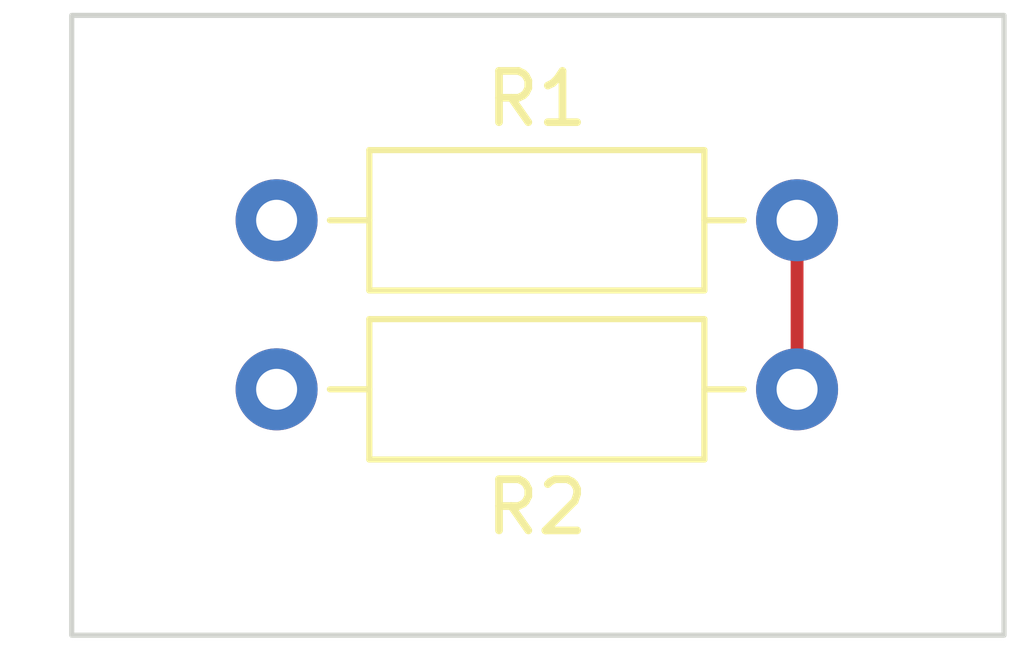
<source format=kicad_pcb>
(kicad_pcb (version 20230620) (generator pcbnew)
  (layers (0 "F.Cu" signal) (1 "In1.Cu" signal) (2 "In2.Cu" signal) (31 "B.Cu" signal) (34 "B.Paste" user) (35 "F.Paste" user) (36 "B.SilkS" user "B.Silkscreen") (37 "F.SilkS" user "F.Silkscreen") (38 "B.Mask" user) (39 "F.Mask" user) (44 "Edge.Cuts" user))
  (net 0 "")
  (net 1 "Net-(R1-Pad1)")
  (net 2 "Net-(R1-Pad2)")
  (footprint "Resistor_THT:R_Axial_DIN0207_L6.3mm_D2.5mm_P10.16mm_Horizontal" (layer "F.Cu") (at 144.2 110.9)
    (property "Reference" "R1" (at 5.08 -2.37 0) (layer "F.SilkS"))
    (property "Value" "R")
    (fp_line (start 1.04 0) (end 1.81 0) (stroke (width 0.12)) (layer "F.SilkS"))
    (fp_line (start 1.81 -1.37) (end 1.81 1.37) (stroke (width 0.12)) (layer "F.SilkS"))
    (fp_line (start 1.81 1.37) (end 8.35 1.37) (stroke (width 0.12)) (layer "F.SilkS"))
    (fp_line (start 8.35 -1.37) (end 1.81 -1.37) (stroke (width 0.12)) (layer "F.SilkS"))
    (fp_line (start 8.35 1.37) (end 8.35 -1.37) (stroke (width 0.12)) (layer "F.SilkS"))
    (fp_line (start 9.12 0) (end 8.35 0) (stroke (width 0.12)) (layer "F.SilkS"))
    (pad "1" thru_hole circle (at 0 0) (size 1.6 1.6) (drill 0.8) (layers "*.Cu" "*.Mask") (net 1 "Net-(R1-Pad1)"))
    (pad "2" thru_hole oval (at 10.16 0) (size 1.6 1.6) (drill 0.8) (layers "*.Cu" "*.Mask") (net 2 "Net-(R1-Pad2)"))
  )
  (footprint "Resistor_THT:R_Axial_DIN0207_L6.3mm_D2.5mm_P10.16mm_Horizontal" (layer "F.Cu") (at 144.2 114.2)
    (property "Reference" "R2" (at 5.08 2.3 0) (layer "F.SilkS"))
    (property "Value" "R")
    (fp_line (start 1.04 0) (end 1.81 0) (stroke (width 0.12)) (layer "F.SilkS"))
    (fp_line (start 1.81 -1.37) (end 1.81 1.37) (stroke (width 0.12)) (layer "F.SilkS"))
    (fp_line (start 1.81 1.37) (end 8.35 1.37) (stroke (width 0.12)) (layer "F.SilkS"))
    (fp_line (start 8.35 -1.37) (end 1.81 -1.37) (stroke (width 0.12)) (layer "F.SilkS"))
    (fp_line (start 8.35 1.37) (end 8.35 -1.37) (stroke (width 0.12)) (layer "F.SilkS"))
    (fp_line (start 9.12 0) (end 8.35 0) (stroke (width 0.12)) (layer "F.SilkS"))
    (pad "1" thru_hole circle (at 0 0) (size 1.6 1.6) (drill 0.8) (layers "*.Cu" "*.Mask") (net 1 "Net-(R1-Pad1)"))
    (pad "2" thru_hole oval (at 10.16 0) (size 1.6 1.6) (drill 0.8) (layers "*.Cu" "*.Mask") (net 2 "Net-(R1-Pad2)"))
  )
  (gr_rect (start 140.2 106.9) (end 158.4 119) (stroke (width 0.1)) (fill none) (layer "Edge.Cuts"))
  (segment (start 154.36 114.2) (end 154.36 110.9) (width 0.25) (layer "F.Cu") (net 2))
)
</source>
